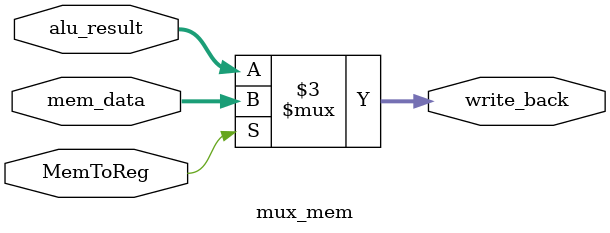
<source format=sv>
module mux_mem (// if reading from ALU or memory
    input  logic [31:0] alu_result,
    input  logic [31:0] mem_data,
    input  logic        MemToReg,   // control: 0 = ALU, 1 = Memory
    output logic [31:0] write_back
);

    always_comb begin
        if (MemToReg)
            write_back = mem_data;
        else
            write_back = alu_result;
    end
endmodule

</source>
